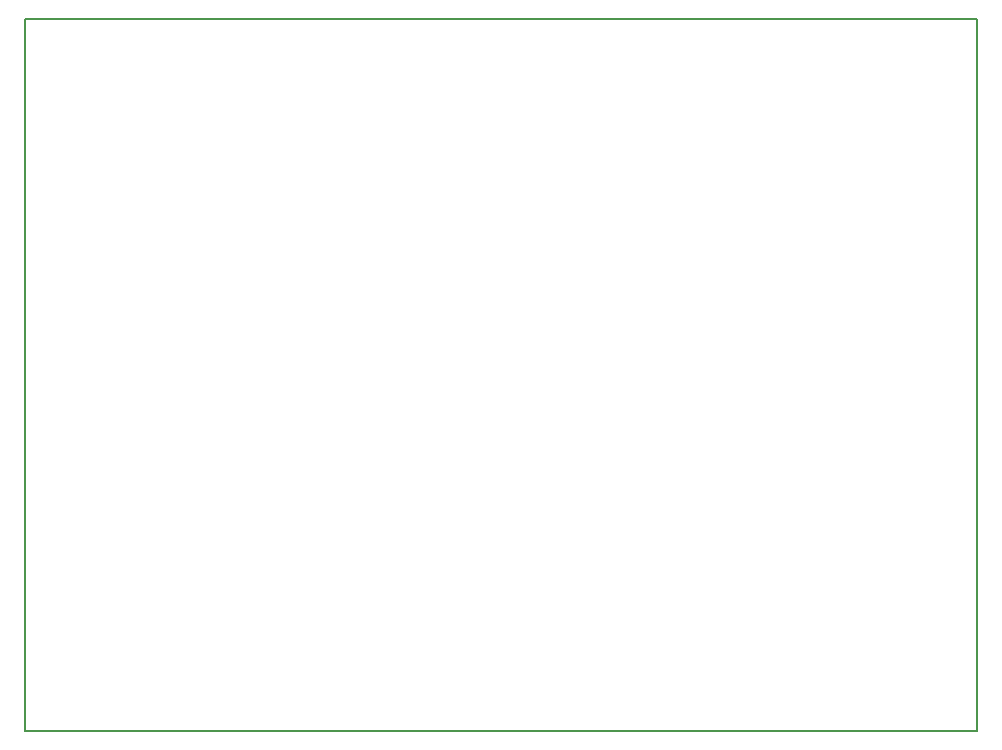
<source format=gm1>
G04 #@! TF.FileFunction,Profile,NP*
%FSLAX46Y46*%
G04 Gerber Fmt 4.6, Leading zero omitted, Abs format (unit mm)*
G04 Created by KiCad (PCBNEW 4.0.5) date 02/13/17 16:43:30*
%MOMM*%
%LPD*%
G01*
G04 APERTURE LIST*
%ADD10C,0.100000*%
%ADD11C,0.150000*%
G04 APERTURE END LIST*
D10*
D11*
X161290000Y-42545000D02*
X161925000Y-42545000D01*
X81280000Y-42545000D02*
X81280000Y-102870000D01*
X161290000Y-42545000D02*
X81280000Y-42545000D01*
X161925000Y-102870000D02*
X161925000Y-42545000D01*
X81280000Y-102870000D02*
X161925000Y-102870000D01*
M02*

</source>
